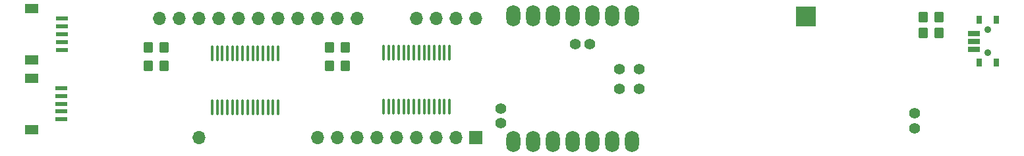
<source format=gbr>
%TF.GenerationSoftware,KiCad,Pcbnew,9.0.3*%
%TF.CreationDate,2025-07-16T22:21:56-04:00*%
%TF.ProjectId,ADBv2,41444276-322e-46b6-9963-61645f706362,rev?*%
%TF.SameCoordinates,Original*%
%TF.FileFunction,Soldermask,Top*%
%TF.FilePolarity,Negative*%
%FSLAX46Y46*%
G04 Gerber Fmt 4.6, Leading zero omitted, Abs format (unit mm)*
G04 Created by KiCad (PCBNEW 9.0.3) date 2025-07-16 22:21:56*
%MOMM*%
%LPD*%
G01*
G04 APERTURE LIST*
G04 Aperture macros list*
%AMRoundRect*
0 Rectangle with rounded corners*
0 $1 Rounding radius*
0 $2 $3 $4 $5 $6 $7 $8 $9 X,Y pos of 4 corners*
0 Add a 4 corners polygon primitive as box body*
4,1,4,$2,$3,$4,$5,$6,$7,$8,$9,$2,$3,0*
0 Add four circle primitives for the rounded corners*
1,1,$1+$1,$2,$3*
1,1,$1+$1,$4,$5*
1,1,$1+$1,$6,$7*
1,1,$1+$1,$8,$9*
0 Add four rect primitives between the rounded corners*
20,1,$1+$1,$2,$3,$4,$5,0*
20,1,$1+$1,$4,$5,$6,$7,0*
20,1,$1+$1,$6,$7,$8,$9,0*
20,1,$1+$1,$8,$9,$2,$3,0*%
G04 Aperture macros list end*
%ADD10RoundRect,0.250000X0.350000X0.450000X-0.350000X0.450000X-0.350000X-0.450000X0.350000X-0.450000X0*%
%ADD11O,1.700000X1.700000*%
%ADD12R,1.550000X0.600000*%
%ADD13R,1.800000X1.200000*%
%ADD14O,0.360000X2.020000*%
%ADD15C,1.400000*%
%ADD16O,1.800000X2.750000*%
%ADD17C,1.397000*%
%ADD18C,0.900000*%
%ADD19R,1.500000X0.700000*%
%ADD20R,0.800000X1.000000*%
%ADD21R,2.500000X2.500000*%
%ADD22R,1.700000X1.700000*%
%ADD23RoundRect,0.250000X-0.350000X-0.450000X0.350000X-0.450000X0.350000X0.450000X-0.350000X0.450000X0*%
G04 APERTURE END LIST*
D10*
%TO.C,R2*%
X148320000Y-105105200D03*
X146320000Y-105105200D03*
%TD*%
%TO.C,R5*%
X224590000Y-100870000D03*
X222590000Y-100870000D03*
%TD*%
D11*
%TO.C,J2*%
X165100000Y-99000000D03*
X162560000Y-99000000D03*
X160020001Y-99000000D03*
X157480000Y-99000000D03*
X149860000Y-99000000D03*
X147319999Y-99000000D03*
X144780000Y-99000000D03*
X142240000Y-99000000D03*
X139700000Y-99000000D03*
X137160001Y-99000000D03*
X134620000Y-99000000D03*
X132080000Y-99000000D03*
X129540000Y-99000000D03*
X127000001Y-99000000D03*
X124459999Y-99000000D03*
%TD*%
D10*
%TO.C,R4*%
X125027600Y-105105200D03*
X123027600Y-105105200D03*
%TD*%
D12*
%TO.C,EC11*%
X111940000Y-99000000D03*
X111940000Y-100000000D03*
X111940000Y-101000000D03*
X111940000Y-102000000D03*
X111940000Y-103000000D03*
D13*
X108060000Y-97700000D03*
X108060000Y-104300000D03*
%TD*%
D14*
%TO.C,U1*%
X161710000Y-103400000D03*
X161060000Y-103400000D03*
X160409999Y-103400000D03*
X159760000Y-103400000D03*
X159110001Y-103400000D03*
X158460000Y-103400000D03*
X157800000Y-103400000D03*
X157150000Y-103400000D03*
X156500000Y-103400000D03*
X155849999Y-103400000D03*
X155200000Y-103400000D03*
X154550001Y-103400000D03*
X153900000Y-103400000D03*
X153250000Y-103400000D03*
X153250000Y-110320000D03*
X153900000Y-110320000D03*
X154550001Y-110320000D03*
X155200000Y-110320000D03*
X155849999Y-110320000D03*
X156500000Y-110320000D03*
X157150000Y-110320000D03*
X157800000Y-110320000D03*
X158460000Y-110320000D03*
X159110001Y-110320000D03*
X159760000Y-110320000D03*
X160409999Y-110320000D03*
X161060000Y-110320000D03*
X161710000Y-110320000D03*
%TD*%
D10*
%TO.C,R1*%
X148320000Y-102717600D03*
X146320000Y-102717600D03*
%TD*%
D15*
%TO.C,J4*%
X221520000Y-111130000D03*
X221520000Y-113130000D03*
%TD*%
D16*
%TO.C,XIAO1*%
X185191400Y-98630040D03*
X182651400Y-98630040D03*
X180111400Y-98630040D03*
X177571400Y-98630040D03*
X175031400Y-98630040D03*
X172491400Y-98630040D03*
X169951400Y-98630040D03*
X169951400Y-114819960D03*
X172491400Y-114819960D03*
X175031400Y-114819960D03*
X177571400Y-114819960D03*
X180111400Y-114819960D03*
X182651400Y-114819960D03*
X185191400Y-114819960D03*
D17*
X186143400Y-105455000D03*
X186143400Y-107995000D03*
X183603400Y-105454999D03*
X183603400Y-107995001D03*
X177888400Y-102280000D03*
X179793400Y-102280000D03*
X168363400Y-110535000D03*
X168363400Y-112440000D03*
%TD*%
D10*
%TO.C,R3*%
X125027600Y-102717600D03*
X123027600Y-102717600D03*
%TD*%
D18*
%TO.C,SW1*%
X230920000Y-103420000D03*
X230920000Y-100420000D03*
D19*
X229120000Y-102920000D03*
X229120000Y-101920000D03*
X229120000Y-100920000D03*
D20*
X229820000Y-104670000D03*
X232020000Y-104670000D03*
X229820000Y-99170000D03*
X232020000Y-99170000D03*
%TD*%
D12*
%TO.C,SPI*%
X111890000Y-107950000D03*
X111890000Y-108950000D03*
X111890000Y-109950000D03*
X111890000Y-110950000D03*
X111890000Y-111950000D03*
D13*
X108010000Y-106650000D03*
X108010000Y-113250000D03*
%TD*%
D21*
%TO.C,V+*%
X207560000Y-98710000D03*
%TD*%
D22*
%TO.C,J3*%
X165100000Y-114300000D03*
D11*
X162560000Y-114300000D03*
X160020001Y-114300000D03*
X157480000Y-114300000D03*
X154940000Y-114300000D03*
X152400000Y-114300000D03*
X149860000Y-114300000D03*
X147319999Y-114300000D03*
X144780000Y-114300000D03*
X129540000Y-114300000D03*
%TD*%
D23*
%TO.C,R6*%
X222590000Y-98790000D03*
X224590000Y-98790000D03*
%TD*%
D14*
%TO.C,U2*%
X139700000Y-103460000D03*
X139050000Y-103460000D03*
X138399999Y-103460000D03*
X137750000Y-103460000D03*
X137100001Y-103460000D03*
X136450000Y-103460000D03*
X135790000Y-103460000D03*
X135140000Y-103460000D03*
X134490000Y-103460000D03*
X133839999Y-103460000D03*
X133190000Y-103460000D03*
X132540001Y-103460000D03*
X131890000Y-103460000D03*
X131240000Y-103460000D03*
X131240000Y-110380000D03*
X131890000Y-110380000D03*
X132540001Y-110380000D03*
X133190000Y-110380000D03*
X133839999Y-110380000D03*
X134490000Y-110380000D03*
X135140000Y-110380000D03*
X135790000Y-110380000D03*
X136450000Y-110380000D03*
X137100001Y-110380000D03*
X137750000Y-110380000D03*
X138399999Y-110380000D03*
X139050000Y-110380000D03*
X139700000Y-110380000D03*
%TD*%
M02*

</source>
